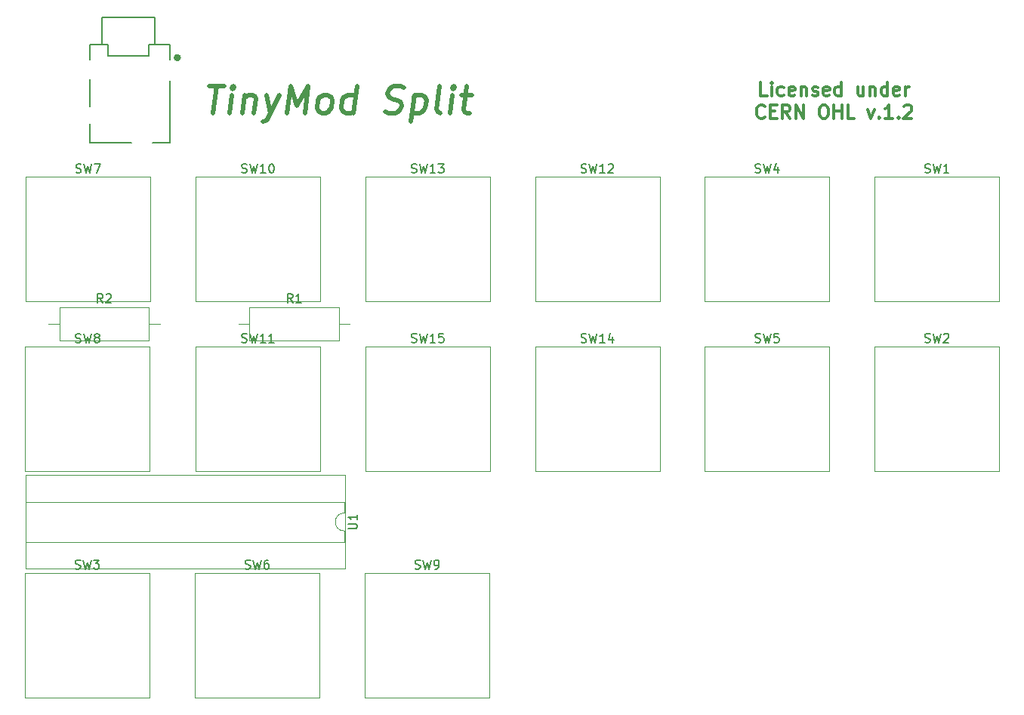
<source format=gbr>
G04 #@! TF.FileFunction,Legend,Top*
%FSLAX46Y46*%
G04 Gerber Fmt 4.6, Leading zero omitted, Abs format (unit mm)*
G04 Created by KiCad (PCBNEW 4.0.7) date 03/10/21 14:30:36*
%MOMM*%
%LPD*%
G01*
G04 APERTURE LIST*
%ADD10C,0.100000*%
%ADD11C,0.300000*%
%ADD12C,0.500000*%
%ADD13C,0.120000*%
%ADD14C,0.127000*%
%ADD15C,0.400000*%
%ADD16C,0.150000*%
G04 APERTURE END LIST*
D10*
D11*
X143925751Y-46552821D02*
X143211465Y-46552821D01*
X143211465Y-45052821D01*
X144425751Y-46552821D02*
X144425751Y-45552821D01*
X144425751Y-45052821D02*
X144354322Y-45124250D01*
X144425751Y-45195679D01*
X144497179Y-45124250D01*
X144425751Y-45052821D01*
X144425751Y-45195679D01*
X145782894Y-46481393D02*
X145640037Y-46552821D01*
X145354323Y-46552821D01*
X145211465Y-46481393D01*
X145140037Y-46409964D01*
X145068608Y-46267107D01*
X145068608Y-45838536D01*
X145140037Y-45695679D01*
X145211465Y-45624250D01*
X145354323Y-45552821D01*
X145640037Y-45552821D01*
X145782894Y-45624250D01*
X146997179Y-46481393D02*
X146854322Y-46552821D01*
X146568608Y-46552821D01*
X146425751Y-46481393D01*
X146354322Y-46338536D01*
X146354322Y-45767107D01*
X146425751Y-45624250D01*
X146568608Y-45552821D01*
X146854322Y-45552821D01*
X146997179Y-45624250D01*
X147068608Y-45767107D01*
X147068608Y-45909964D01*
X146354322Y-46052821D01*
X147711465Y-45552821D02*
X147711465Y-46552821D01*
X147711465Y-45695679D02*
X147782893Y-45624250D01*
X147925751Y-45552821D01*
X148140036Y-45552821D01*
X148282893Y-45624250D01*
X148354322Y-45767107D01*
X148354322Y-46552821D01*
X148997179Y-46481393D02*
X149140036Y-46552821D01*
X149425751Y-46552821D01*
X149568608Y-46481393D01*
X149640036Y-46338536D01*
X149640036Y-46267107D01*
X149568608Y-46124250D01*
X149425751Y-46052821D01*
X149211465Y-46052821D01*
X149068608Y-45981393D01*
X148997179Y-45838536D01*
X148997179Y-45767107D01*
X149068608Y-45624250D01*
X149211465Y-45552821D01*
X149425751Y-45552821D01*
X149568608Y-45624250D01*
X150854322Y-46481393D02*
X150711465Y-46552821D01*
X150425751Y-46552821D01*
X150282894Y-46481393D01*
X150211465Y-46338536D01*
X150211465Y-45767107D01*
X150282894Y-45624250D01*
X150425751Y-45552821D01*
X150711465Y-45552821D01*
X150854322Y-45624250D01*
X150925751Y-45767107D01*
X150925751Y-45909964D01*
X150211465Y-46052821D01*
X152211465Y-46552821D02*
X152211465Y-45052821D01*
X152211465Y-46481393D02*
X152068608Y-46552821D01*
X151782894Y-46552821D01*
X151640036Y-46481393D01*
X151568608Y-46409964D01*
X151497179Y-46267107D01*
X151497179Y-45838536D01*
X151568608Y-45695679D01*
X151640036Y-45624250D01*
X151782894Y-45552821D01*
X152068608Y-45552821D01*
X152211465Y-45624250D01*
X154711465Y-45552821D02*
X154711465Y-46552821D01*
X154068608Y-45552821D02*
X154068608Y-46338536D01*
X154140036Y-46481393D01*
X154282894Y-46552821D01*
X154497179Y-46552821D01*
X154640036Y-46481393D01*
X154711465Y-46409964D01*
X155425751Y-45552821D02*
X155425751Y-46552821D01*
X155425751Y-45695679D02*
X155497179Y-45624250D01*
X155640037Y-45552821D01*
X155854322Y-45552821D01*
X155997179Y-45624250D01*
X156068608Y-45767107D01*
X156068608Y-46552821D01*
X157425751Y-46552821D02*
X157425751Y-45052821D01*
X157425751Y-46481393D02*
X157282894Y-46552821D01*
X156997180Y-46552821D01*
X156854322Y-46481393D01*
X156782894Y-46409964D01*
X156711465Y-46267107D01*
X156711465Y-45838536D01*
X156782894Y-45695679D01*
X156854322Y-45624250D01*
X156997180Y-45552821D01*
X157282894Y-45552821D01*
X157425751Y-45624250D01*
X158711465Y-46481393D02*
X158568608Y-46552821D01*
X158282894Y-46552821D01*
X158140037Y-46481393D01*
X158068608Y-46338536D01*
X158068608Y-45767107D01*
X158140037Y-45624250D01*
X158282894Y-45552821D01*
X158568608Y-45552821D01*
X158711465Y-45624250D01*
X158782894Y-45767107D01*
X158782894Y-45909964D01*
X158068608Y-46052821D01*
X159425751Y-46552821D02*
X159425751Y-45552821D01*
X159425751Y-45838536D02*
X159497179Y-45695679D01*
X159568608Y-45624250D01*
X159711465Y-45552821D01*
X159854322Y-45552821D01*
X143640036Y-48959964D02*
X143568607Y-49031393D01*
X143354321Y-49102821D01*
X143211464Y-49102821D01*
X142997179Y-49031393D01*
X142854321Y-48888536D01*
X142782893Y-48745679D01*
X142711464Y-48459964D01*
X142711464Y-48245679D01*
X142782893Y-47959964D01*
X142854321Y-47817107D01*
X142997179Y-47674250D01*
X143211464Y-47602821D01*
X143354321Y-47602821D01*
X143568607Y-47674250D01*
X143640036Y-47745679D01*
X144282893Y-48317107D02*
X144782893Y-48317107D01*
X144997179Y-49102821D02*
X144282893Y-49102821D01*
X144282893Y-47602821D01*
X144997179Y-47602821D01*
X146497179Y-49102821D02*
X145997179Y-48388536D01*
X145640036Y-49102821D02*
X145640036Y-47602821D01*
X146211464Y-47602821D01*
X146354322Y-47674250D01*
X146425750Y-47745679D01*
X146497179Y-47888536D01*
X146497179Y-48102821D01*
X146425750Y-48245679D01*
X146354322Y-48317107D01*
X146211464Y-48388536D01*
X145640036Y-48388536D01*
X147140036Y-49102821D02*
X147140036Y-47602821D01*
X147997179Y-49102821D01*
X147997179Y-47602821D01*
X150140036Y-47602821D02*
X150425750Y-47602821D01*
X150568608Y-47674250D01*
X150711465Y-47817107D01*
X150782893Y-48102821D01*
X150782893Y-48602821D01*
X150711465Y-48888536D01*
X150568608Y-49031393D01*
X150425750Y-49102821D01*
X150140036Y-49102821D01*
X149997179Y-49031393D01*
X149854322Y-48888536D01*
X149782893Y-48602821D01*
X149782893Y-48102821D01*
X149854322Y-47817107D01*
X149997179Y-47674250D01*
X150140036Y-47602821D01*
X151425751Y-49102821D02*
X151425751Y-47602821D01*
X151425751Y-48317107D02*
X152282894Y-48317107D01*
X152282894Y-49102821D02*
X152282894Y-47602821D01*
X153711466Y-49102821D02*
X152997180Y-49102821D01*
X152997180Y-47602821D01*
X155211466Y-48102821D02*
X155568609Y-49102821D01*
X155925751Y-48102821D01*
X156497180Y-48959964D02*
X156568608Y-49031393D01*
X156497180Y-49102821D01*
X156425751Y-49031393D01*
X156497180Y-48959964D01*
X156497180Y-49102821D01*
X157997180Y-49102821D02*
X157140037Y-49102821D01*
X157568609Y-49102821D02*
X157568609Y-47602821D01*
X157425752Y-47817107D01*
X157282894Y-47959964D01*
X157140037Y-48031393D01*
X158640037Y-48959964D02*
X158711465Y-49031393D01*
X158640037Y-49102821D01*
X158568608Y-49031393D01*
X158640037Y-48959964D01*
X158640037Y-49102821D01*
X159282894Y-47745679D02*
X159354323Y-47674250D01*
X159497180Y-47602821D01*
X159854323Y-47602821D01*
X159997180Y-47674250D01*
X160068609Y-47745679D01*
X160140037Y-47888536D01*
X160140037Y-48031393D01*
X160068609Y-48245679D01*
X159211466Y-49102821D01*
X160140037Y-49102821D01*
D12*
X81345393Y-45506393D02*
X83059679Y-45506393D01*
X81827536Y-48506393D02*
X82202536Y-45506393D01*
X83684679Y-48506393D02*
X83934679Y-46506393D01*
X84059679Y-45506393D02*
X83898965Y-45649250D01*
X84023965Y-45792107D01*
X84184679Y-45649250D01*
X84059679Y-45506393D01*
X84023965Y-45792107D01*
X85363250Y-46506393D02*
X85113250Y-48506393D01*
X85327536Y-46792107D02*
X85488250Y-46649250D01*
X85791821Y-46506393D01*
X86220393Y-46506393D01*
X86488250Y-46649250D01*
X86595393Y-46934964D01*
X86398964Y-48506393D01*
X87791821Y-46506393D02*
X88256107Y-48506393D01*
X89220393Y-46506393D02*
X88256107Y-48506393D01*
X87881107Y-49220679D01*
X87720393Y-49363536D01*
X87416821Y-49506393D01*
X90113250Y-48506393D02*
X90488250Y-45506393D01*
X91220393Y-47649250D01*
X92488250Y-45506393D01*
X92113250Y-48506393D01*
X93970392Y-48506393D02*
X93702535Y-48363536D01*
X93577535Y-48220679D01*
X93470393Y-47934964D01*
X93577536Y-47077821D01*
X93756107Y-46792107D01*
X93916821Y-46649250D01*
X94220392Y-46506393D01*
X94648964Y-46506393D01*
X94916821Y-46649250D01*
X95041821Y-46792107D01*
X95148964Y-47077821D01*
X95041821Y-47934964D01*
X94863249Y-48220679D01*
X94702535Y-48363536D01*
X94398964Y-48506393D01*
X93970392Y-48506393D01*
X97541821Y-48506393D02*
X97916821Y-45506393D01*
X97559678Y-48363536D02*
X97256107Y-48506393D01*
X96684678Y-48506393D01*
X96416821Y-48363536D01*
X96291821Y-48220679D01*
X96184679Y-47934964D01*
X96291822Y-47077821D01*
X96470393Y-46792107D01*
X96631107Y-46649250D01*
X96934678Y-46506393D01*
X97506107Y-46506393D01*
X97773964Y-46649250D01*
X101131107Y-48363536D02*
X101541821Y-48506393D01*
X102256107Y-48506393D01*
X102559678Y-48363536D01*
X102720392Y-48220679D01*
X102898964Y-47934964D01*
X102934678Y-47649250D01*
X102827535Y-47363536D01*
X102702535Y-47220679D01*
X102434679Y-47077821D01*
X101881107Y-46934964D01*
X101613250Y-46792107D01*
X101488250Y-46649250D01*
X101381107Y-46363536D01*
X101416822Y-46077821D01*
X101595393Y-45792107D01*
X101756107Y-45649250D01*
X102059678Y-45506393D01*
X102773964Y-45506393D01*
X103184678Y-45649250D01*
X104363250Y-46506393D02*
X103988250Y-49506393D01*
X104345393Y-46649250D02*
X104648964Y-46506393D01*
X105220393Y-46506393D01*
X105488250Y-46649250D01*
X105613250Y-46792107D01*
X105720393Y-47077821D01*
X105613250Y-47934964D01*
X105434678Y-48220679D01*
X105273964Y-48363536D01*
X104970393Y-48506393D01*
X104398964Y-48506393D01*
X104131107Y-48363536D01*
X107256107Y-48506393D02*
X106988250Y-48363536D01*
X106881108Y-48077821D01*
X107202536Y-45506393D01*
X108398965Y-48506393D02*
X108648965Y-46506393D01*
X108773965Y-45506393D02*
X108613251Y-45649250D01*
X108738251Y-45792107D01*
X108898965Y-45649250D01*
X108773965Y-45506393D01*
X108738251Y-45792107D01*
X109648964Y-46506393D02*
X110791821Y-46506393D01*
X110202536Y-45506393D02*
X109881108Y-48077821D01*
X109988250Y-48363536D01*
X110256107Y-48506393D01*
X110541821Y-48506393D01*
D13*
X60706000Y-100076000D02*
X74676000Y-100076000D01*
X74676000Y-100076000D02*
X74676000Y-114046000D01*
X74676000Y-114046000D02*
X60706000Y-114046000D01*
X60706000Y-114046000D02*
X60706000Y-100076000D01*
X79756000Y-100076000D02*
X93726000Y-100076000D01*
X93726000Y-100076000D02*
X93726000Y-114046000D01*
X93726000Y-114046000D02*
X79756000Y-114046000D01*
X79756000Y-114046000D02*
X79756000Y-100076000D01*
X60772040Y-55651400D02*
X74742040Y-55651400D01*
X74742040Y-55651400D02*
X74742040Y-69621400D01*
X74742040Y-69621400D02*
X60772040Y-69621400D01*
X60772040Y-69621400D02*
X60772040Y-55651400D01*
X60746640Y-74706480D02*
X74716640Y-74706480D01*
X74716640Y-74706480D02*
X74716640Y-88676480D01*
X74716640Y-88676480D02*
X60746640Y-88676480D01*
X60746640Y-88676480D02*
X60746640Y-74706480D01*
X98806000Y-100076000D02*
X112776000Y-100076000D01*
X112776000Y-100076000D02*
X112776000Y-114046000D01*
X112776000Y-114046000D02*
X98806000Y-114046000D01*
X98806000Y-114046000D02*
X98806000Y-100076000D01*
X79838250Y-55650500D02*
X93808250Y-55650500D01*
X93808250Y-55650500D02*
X93808250Y-69620500D01*
X93808250Y-69620500D02*
X79838250Y-69620500D01*
X79838250Y-69620500D02*
X79838250Y-55650500D01*
X79838250Y-74681750D02*
X93808250Y-74681750D01*
X93808250Y-74681750D02*
X93808250Y-88651750D01*
X93808250Y-88651750D02*
X79838250Y-88651750D01*
X79838250Y-88651750D02*
X79838250Y-74681750D01*
X98869500Y-55650500D02*
X112839500Y-55650500D01*
X112839500Y-55650500D02*
X112839500Y-69620500D01*
X112839500Y-69620500D02*
X98869500Y-69620500D01*
X98869500Y-69620500D02*
X98869500Y-55650500D01*
X117900750Y-74681750D02*
X131870750Y-74681750D01*
X131870750Y-74681750D02*
X131870750Y-88651750D01*
X131870750Y-88651750D02*
X117900750Y-88651750D01*
X117900750Y-88651750D02*
X117900750Y-74681750D01*
X96505750Y-95365500D02*
G75*
G02X96505750Y-93365500I0J1000000D01*
G01*
X96505750Y-93365500D02*
X96505750Y-92115500D01*
X96505750Y-92115500D02*
X60825750Y-92115500D01*
X60825750Y-92115500D02*
X60825750Y-96615500D01*
X60825750Y-96615500D02*
X96505750Y-96615500D01*
X96505750Y-96615500D02*
X96505750Y-95365500D01*
X96565750Y-89115500D02*
X60765750Y-89115500D01*
X60765750Y-89115500D02*
X60765750Y-99615500D01*
X60765750Y-99615500D02*
X96565750Y-99615500D01*
X96565750Y-99615500D02*
X96565750Y-89115500D01*
X85879500Y-70320500D02*
X85879500Y-74040500D01*
X85879500Y-74040500D02*
X95899500Y-74040500D01*
X95899500Y-74040500D02*
X95899500Y-70320500D01*
X95899500Y-70320500D02*
X85879500Y-70320500D01*
X84649500Y-72180500D02*
X85879500Y-72180500D01*
X97129500Y-72180500D02*
X95899500Y-72180500D01*
X64598250Y-70320500D02*
X64598250Y-74040500D01*
X64598250Y-74040500D02*
X74618250Y-74040500D01*
X74618250Y-74040500D02*
X74618250Y-70320500D01*
X74618250Y-70320500D02*
X64598250Y-70320500D01*
X63368250Y-72180500D02*
X64598250Y-72180500D01*
X75848250Y-72180500D02*
X74618250Y-72180500D01*
D14*
X77000750Y-42505500D02*
X77000750Y-40805500D01*
X77000750Y-40805500D02*
X75300750Y-40805500D01*
X75300750Y-40805500D02*
X74550750Y-40805500D01*
X74550750Y-40805500D02*
X74550750Y-42105500D01*
X74550750Y-42105500D02*
X70050750Y-42105500D01*
X70050750Y-42105500D02*
X70050750Y-40805500D01*
X70050750Y-40805500D02*
X69300750Y-40805500D01*
X69300750Y-40805500D02*
X68000750Y-40805500D01*
X68000750Y-40805500D02*
X68000750Y-42555500D01*
X69300750Y-40805500D02*
X69300750Y-37805500D01*
X69300750Y-37805500D02*
X75300750Y-37805500D01*
X75300750Y-37805500D02*
X75300750Y-40805500D01*
X77000750Y-44905500D02*
X77000750Y-51805500D01*
X77000750Y-51805500D02*
X75000750Y-51805500D01*
X72650750Y-51805500D02*
X68000750Y-51805500D01*
X68000750Y-51805500D02*
X68000750Y-49705500D01*
X68000750Y-47805500D02*
X68000750Y-44755500D01*
D15*
X78000750Y-42305500D02*
G75*
G03X78000750Y-42305500I-200000J0D01*
G01*
D13*
X117900750Y-55650500D02*
X131870750Y-55650500D01*
X131870750Y-55650500D02*
X131870750Y-69620500D01*
X131870750Y-69620500D02*
X117900750Y-69620500D01*
X117900750Y-69620500D02*
X117900750Y-55650500D01*
X98869500Y-74681750D02*
X112839500Y-74681750D01*
X112839500Y-74681750D02*
X112839500Y-88651750D01*
X112839500Y-88651750D02*
X98869500Y-88651750D01*
X98869500Y-88651750D02*
X98869500Y-74681750D01*
X155963250Y-55650500D02*
X169933250Y-55650500D01*
X169933250Y-55650500D02*
X169933250Y-69620500D01*
X169933250Y-69620500D02*
X155963250Y-69620500D01*
X155963250Y-69620500D02*
X155963250Y-55650500D01*
X155963250Y-74681750D02*
X169933250Y-74681750D01*
X169933250Y-74681750D02*
X169933250Y-88651750D01*
X169933250Y-88651750D02*
X155963250Y-88651750D01*
X155963250Y-88651750D02*
X155963250Y-74681750D01*
X136932000Y-55650500D02*
X150902000Y-55650500D01*
X150902000Y-55650500D02*
X150902000Y-69620500D01*
X150902000Y-69620500D02*
X136932000Y-69620500D01*
X136932000Y-69620500D02*
X136932000Y-55650500D01*
X136932000Y-74681750D02*
X150902000Y-74681750D01*
X150902000Y-74681750D02*
X150902000Y-88651750D01*
X150902000Y-88651750D02*
X136932000Y-88651750D01*
X136932000Y-88651750D02*
X136932000Y-74681750D01*
D16*
X66357667Y-99591762D02*
X66500524Y-99639381D01*
X66738620Y-99639381D01*
X66833858Y-99591762D01*
X66881477Y-99544143D01*
X66929096Y-99448905D01*
X66929096Y-99353667D01*
X66881477Y-99258429D01*
X66833858Y-99210810D01*
X66738620Y-99163190D01*
X66548143Y-99115571D01*
X66452905Y-99067952D01*
X66405286Y-99020333D01*
X66357667Y-98925095D01*
X66357667Y-98829857D01*
X66405286Y-98734619D01*
X66452905Y-98687000D01*
X66548143Y-98639381D01*
X66786239Y-98639381D01*
X66929096Y-98687000D01*
X67262429Y-98639381D02*
X67500524Y-99639381D01*
X67691001Y-98925095D01*
X67881477Y-99639381D01*
X68119572Y-98639381D01*
X68405286Y-98639381D02*
X69024334Y-98639381D01*
X68691000Y-99020333D01*
X68833858Y-99020333D01*
X68929096Y-99067952D01*
X68976715Y-99115571D01*
X69024334Y-99210810D01*
X69024334Y-99448905D01*
X68976715Y-99544143D01*
X68929096Y-99591762D01*
X68833858Y-99639381D01*
X68548143Y-99639381D01*
X68452905Y-99591762D01*
X68405286Y-99544143D01*
X85407667Y-99591762D02*
X85550524Y-99639381D01*
X85788620Y-99639381D01*
X85883858Y-99591762D01*
X85931477Y-99544143D01*
X85979096Y-99448905D01*
X85979096Y-99353667D01*
X85931477Y-99258429D01*
X85883858Y-99210810D01*
X85788620Y-99163190D01*
X85598143Y-99115571D01*
X85502905Y-99067952D01*
X85455286Y-99020333D01*
X85407667Y-98925095D01*
X85407667Y-98829857D01*
X85455286Y-98734619D01*
X85502905Y-98687000D01*
X85598143Y-98639381D01*
X85836239Y-98639381D01*
X85979096Y-98687000D01*
X86312429Y-98639381D02*
X86550524Y-99639381D01*
X86741001Y-98925095D01*
X86931477Y-99639381D01*
X87169572Y-98639381D01*
X87979096Y-98639381D02*
X87788619Y-98639381D01*
X87693381Y-98687000D01*
X87645762Y-98734619D01*
X87550524Y-98877476D01*
X87502905Y-99067952D01*
X87502905Y-99448905D01*
X87550524Y-99544143D01*
X87598143Y-99591762D01*
X87693381Y-99639381D01*
X87883858Y-99639381D01*
X87979096Y-99591762D01*
X88026715Y-99544143D01*
X88074334Y-99448905D01*
X88074334Y-99210810D01*
X88026715Y-99115571D01*
X87979096Y-99067952D01*
X87883858Y-99020333D01*
X87693381Y-99020333D01*
X87598143Y-99067952D01*
X87550524Y-99115571D01*
X87502905Y-99210810D01*
X66423707Y-55167162D02*
X66566564Y-55214781D01*
X66804660Y-55214781D01*
X66899898Y-55167162D01*
X66947517Y-55119543D01*
X66995136Y-55024305D01*
X66995136Y-54929067D01*
X66947517Y-54833829D01*
X66899898Y-54786210D01*
X66804660Y-54738590D01*
X66614183Y-54690971D01*
X66518945Y-54643352D01*
X66471326Y-54595733D01*
X66423707Y-54500495D01*
X66423707Y-54405257D01*
X66471326Y-54310019D01*
X66518945Y-54262400D01*
X66614183Y-54214781D01*
X66852279Y-54214781D01*
X66995136Y-54262400D01*
X67328469Y-54214781D02*
X67566564Y-55214781D01*
X67757041Y-54500495D01*
X67947517Y-55214781D01*
X68185612Y-54214781D01*
X68471326Y-54214781D02*
X69137993Y-54214781D01*
X68709421Y-55214781D01*
X66398307Y-74222242D02*
X66541164Y-74269861D01*
X66779260Y-74269861D01*
X66874498Y-74222242D01*
X66922117Y-74174623D01*
X66969736Y-74079385D01*
X66969736Y-73984147D01*
X66922117Y-73888909D01*
X66874498Y-73841290D01*
X66779260Y-73793670D01*
X66588783Y-73746051D01*
X66493545Y-73698432D01*
X66445926Y-73650813D01*
X66398307Y-73555575D01*
X66398307Y-73460337D01*
X66445926Y-73365099D01*
X66493545Y-73317480D01*
X66588783Y-73269861D01*
X66826879Y-73269861D01*
X66969736Y-73317480D01*
X67303069Y-73269861D02*
X67541164Y-74269861D01*
X67731641Y-73555575D01*
X67922117Y-74269861D01*
X68160212Y-73269861D01*
X68684021Y-73698432D02*
X68588783Y-73650813D01*
X68541164Y-73603194D01*
X68493545Y-73507956D01*
X68493545Y-73460337D01*
X68541164Y-73365099D01*
X68588783Y-73317480D01*
X68684021Y-73269861D01*
X68874498Y-73269861D01*
X68969736Y-73317480D01*
X69017355Y-73365099D01*
X69064974Y-73460337D01*
X69064974Y-73507956D01*
X69017355Y-73603194D01*
X68969736Y-73650813D01*
X68874498Y-73698432D01*
X68684021Y-73698432D01*
X68588783Y-73746051D01*
X68541164Y-73793670D01*
X68493545Y-73888909D01*
X68493545Y-74079385D01*
X68541164Y-74174623D01*
X68588783Y-74222242D01*
X68684021Y-74269861D01*
X68874498Y-74269861D01*
X68969736Y-74222242D01*
X69017355Y-74174623D01*
X69064974Y-74079385D01*
X69064974Y-73888909D01*
X69017355Y-73793670D01*
X68969736Y-73746051D01*
X68874498Y-73698432D01*
X104457667Y-99591762D02*
X104600524Y-99639381D01*
X104838620Y-99639381D01*
X104933858Y-99591762D01*
X104981477Y-99544143D01*
X105029096Y-99448905D01*
X105029096Y-99353667D01*
X104981477Y-99258429D01*
X104933858Y-99210810D01*
X104838620Y-99163190D01*
X104648143Y-99115571D01*
X104552905Y-99067952D01*
X104505286Y-99020333D01*
X104457667Y-98925095D01*
X104457667Y-98829857D01*
X104505286Y-98734619D01*
X104552905Y-98687000D01*
X104648143Y-98639381D01*
X104886239Y-98639381D01*
X105029096Y-98687000D01*
X105362429Y-98639381D02*
X105600524Y-99639381D01*
X105791001Y-98925095D01*
X105981477Y-99639381D01*
X106219572Y-98639381D01*
X106648143Y-99639381D02*
X106838619Y-99639381D01*
X106933858Y-99591762D01*
X106981477Y-99544143D01*
X107076715Y-99401286D01*
X107124334Y-99210810D01*
X107124334Y-98829857D01*
X107076715Y-98734619D01*
X107029096Y-98687000D01*
X106933858Y-98639381D01*
X106743381Y-98639381D01*
X106648143Y-98687000D01*
X106600524Y-98734619D01*
X106552905Y-98829857D01*
X106552905Y-99067952D01*
X106600524Y-99163190D01*
X106648143Y-99210810D01*
X106743381Y-99258429D01*
X106933858Y-99258429D01*
X107029096Y-99210810D01*
X107076715Y-99163190D01*
X107124334Y-99067952D01*
X85013726Y-55166262D02*
X85156583Y-55213881D01*
X85394679Y-55213881D01*
X85489917Y-55166262D01*
X85537536Y-55118643D01*
X85585155Y-55023405D01*
X85585155Y-54928167D01*
X85537536Y-54832929D01*
X85489917Y-54785310D01*
X85394679Y-54737690D01*
X85204202Y-54690071D01*
X85108964Y-54642452D01*
X85061345Y-54594833D01*
X85013726Y-54499595D01*
X85013726Y-54404357D01*
X85061345Y-54309119D01*
X85108964Y-54261500D01*
X85204202Y-54213881D01*
X85442298Y-54213881D01*
X85585155Y-54261500D01*
X85918488Y-54213881D02*
X86156583Y-55213881D01*
X86347060Y-54499595D01*
X86537536Y-55213881D01*
X86775631Y-54213881D01*
X87680393Y-55213881D02*
X87108964Y-55213881D01*
X87394678Y-55213881D02*
X87394678Y-54213881D01*
X87299440Y-54356738D01*
X87204202Y-54451976D01*
X87108964Y-54499595D01*
X88299440Y-54213881D02*
X88394679Y-54213881D01*
X88489917Y-54261500D01*
X88537536Y-54309119D01*
X88585155Y-54404357D01*
X88632774Y-54594833D01*
X88632774Y-54832929D01*
X88585155Y-55023405D01*
X88537536Y-55118643D01*
X88489917Y-55166262D01*
X88394679Y-55213881D01*
X88299440Y-55213881D01*
X88204202Y-55166262D01*
X88156583Y-55118643D01*
X88108964Y-55023405D01*
X88061345Y-54832929D01*
X88061345Y-54594833D01*
X88108964Y-54404357D01*
X88156583Y-54309119D01*
X88204202Y-54261500D01*
X88299440Y-54213881D01*
X85013726Y-74197512D02*
X85156583Y-74245131D01*
X85394679Y-74245131D01*
X85489917Y-74197512D01*
X85537536Y-74149893D01*
X85585155Y-74054655D01*
X85585155Y-73959417D01*
X85537536Y-73864179D01*
X85489917Y-73816560D01*
X85394679Y-73768940D01*
X85204202Y-73721321D01*
X85108964Y-73673702D01*
X85061345Y-73626083D01*
X85013726Y-73530845D01*
X85013726Y-73435607D01*
X85061345Y-73340369D01*
X85108964Y-73292750D01*
X85204202Y-73245131D01*
X85442298Y-73245131D01*
X85585155Y-73292750D01*
X85918488Y-73245131D02*
X86156583Y-74245131D01*
X86347060Y-73530845D01*
X86537536Y-74245131D01*
X86775631Y-73245131D01*
X87680393Y-74245131D02*
X87108964Y-74245131D01*
X87394678Y-74245131D02*
X87394678Y-73245131D01*
X87299440Y-73387988D01*
X87204202Y-73483226D01*
X87108964Y-73530845D01*
X88632774Y-74245131D02*
X88061345Y-74245131D01*
X88347059Y-74245131D02*
X88347059Y-73245131D01*
X88251821Y-73387988D01*
X88156583Y-73483226D01*
X88061345Y-73530845D01*
X104044976Y-55166262D02*
X104187833Y-55213881D01*
X104425929Y-55213881D01*
X104521167Y-55166262D01*
X104568786Y-55118643D01*
X104616405Y-55023405D01*
X104616405Y-54928167D01*
X104568786Y-54832929D01*
X104521167Y-54785310D01*
X104425929Y-54737690D01*
X104235452Y-54690071D01*
X104140214Y-54642452D01*
X104092595Y-54594833D01*
X104044976Y-54499595D01*
X104044976Y-54404357D01*
X104092595Y-54309119D01*
X104140214Y-54261500D01*
X104235452Y-54213881D01*
X104473548Y-54213881D01*
X104616405Y-54261500D01*
X104949738Y-54213881D02*
X105187833Y-55213881D01*
X105378310Y-54499595D01*
X105568786Y-55213881D01*
X105806881Y-54213881D01*
X106711643Y-55213881D02*
X106140214Y-55213881D01*
X106425928Y-55213881D02*
X106425928Y-54213881D01*
X106330690Y-54356738D01*
X106235452Y-54451976D01*
X106140214Y-54499595D01*
X107044976Y-54213881D02*
X107664024Y-54213881D01*
X107330690Y-54594833D01*
X107473548Y-54594833D01*
X107568786Y-54642452D01*
X107616405Y-54690071D01*
X107664024Y-54785310D01*
X107664024Y-55023405D01*
X107616405Y-55118643D01*
X107568786Y-55166262D01*
X107473548Y-55213881D01*
X107187833Y-55213881D01*
X107092595Y-55166262D01*
X107044976Y-55118643D01*
X123076226Y-74197512D02*
X123219083Y-74245131D01*
X123457179Y-74245131D01*
X123552417Y-74197512D01*
X123600036Y-74149893D01*
X123647655Y-74054655D01*
X123647655Y-73959417D01*
X123600036Y-73864179D01*
X123552417Y-73816560D01*
X123457179Y-73768940D01*
X123266702Y-73721321D01*
X123171464Y-73673702D01*
X123123845Y-73626083D01*
X123076226Y-73530845D01*
X123076226Y-73435607D01*
X123123845Y-73340369D01*
X123171464Y-73292750D01*
X123266702Y-73245131D01*
X123504798Y-73245131D01*
X123647655Y-73292750D01*
X123980988Y-73245131D02*
X124219083Y-74245131D01*
X124409560Y-73530845D01*
X124600036Y-74245131D01*
X124838131Y-73245131D01*
X125742893Y-74245131D02*
X125171464Y-74245131D01*
X125457178Y-74245131D02*
X125457178Y-73245131D01*
X125361940Y-73387988D01*
X125266702Y-73483226D01*
X125171464Y-73530845D01*
X126600036Y-73578464D02*
X126600036Y-74245131D01*
X126361940Y-73197512D02*
X126123845Y-73911798D01*
X126742893Y-73911798D01*
X96958131Y-95127405D02*
X97767655Y-95127405D01*
X97862893Y-95079786D01*
X97910512Y-95032167D01*
X97958131Y-94936929D01*
X97958131Y-94746452D01*
X97910512Y-94651214D01*
X97862893Y-94603595D01*
X97767655Y-94555976D01*
X96958131Y-94555976D01*
X97958131Y-93555976D02*
X97958131Y-94127405D01*
X97958131Y-93841691D02*
X96958131Y-93841691D01*
X97100988Y-93936929D01*
X97196226Y-94032167D01*
X97243845Y-94127405D01*
X90722834Y-69772881D02*
X90389500Y-69296690D01*
X90151405Y-69772881D02*
X90151405Y-68772881D01*
X90532358Y-68772881D01*
X90627596Y-68820500D01*
X90675215Y-68868119D01*
X90722834Y-68963357D01*
X90722834Y-69106214D01*
X90675215Y-69201452D01*
X90627596Y-69249071D01*
X90532358Y-69296690D01*
X90151405Y-69296690D01*
X91675215Y-69772881D02*
X91103786Y-69772881D01*
X91389500Y-69772881D02*
X91389500Y-68772881D01*
X91294262Y-68915738D01*
X91199024Y-69010976D01*
X91103786Y-69058595D01*
X69441584Y-69772881D02*
X69108250Y-69296690D01*
X68870155Y-69772881D02*
X68870155Y-68772881D01*
X69251108Y-68772881D01*
X69346346Y-68820500D01*
X69393965Y-68868119D01*
X69441584Y-68963357D01*
X69441584Y-69106214D01*
X69393965Y-69201452D01*
X69346346Y-69249071D01*
X69251108Y-69296690D01*
X68870155Y-69296690D01*
X69822536Y-68868119D02*
X69870155Y-68820500D01*
X69965393Y-68772881D01*
X70203489Y-68772881D01*
X70298727Y-68820500D01*
X70346346Y-68868119D01*
X70393965Y-68963357D01*
X70393965Y-69058595D01*
X70346346Y-69201452D01*
X69774917Y-69772881D01*
X70393965Y-69772881D01*
X123076226Y-55166262D02*
X123219083Y-55213881D01*
X123457179Y-55213881D01*
X123552417Y-55166262D01*
X123600036Y-55118643D01*
X123647655Y-55023405D01*
X123647655Y-54928167D01*
X123600036Y-54832929D01*
X123552417Y-54785310D01*
X123457179Y-54737690D01*
X123266702Y-54690071D01*
X123171464Y-54642452D01*
X123123845Y-54594833D01*
X123076226Y-54499595D01*
X123076226Y-54404357D01*
X123123845Y-54309119D01*
X123171464Y-54261500D01*
X123266702Y-54213881D01*
X123504798Y-54213881D01*
X123647655Y-54261500D01*
X123980988Y-54213881D02*
X124219083Y-55213881D01*
X124409560Y-54499595D01*
X124600036Y-55213881D01*
X124838131Y-54213881D01*
X125742893Y-55213881D02*
X125171464Y-55213881D01*
X125457178Y-55213881D02*
X125457178Y-54213881D01*
X125361940Y-54356738D01*
X125266702Y-54451976D01*
X125171464Y-54499595D01*
X126123845Y-54309119D02*
X126171464Y-54261500D01*
X126266702Y-54213881D01*
X126504798Y-54213881D01*
X126600036Y-54261500D01*
X126647655Y-54309119D01*
X126695274Y-54404357D01*
X126695274Y-54499595D01*
X126647655Y-54642452D01*
X126076226Y-55213881D01*
X126695274Y-55213881D01*
X104044976Y-74197512D02*
X104187833Y-74245131D01*
X104425929Y-74245131D01*
X104521167Y-74197512D01*
X104568786Y-74149893D01*
X104616405Y-74054655D01*
X104616405Y-73959417D01*
X104568786Y-73864179D01*
X104521167Y-73816560D01*
X104425929Y-73768940D01*
X104235452Y-73721321D01*
X104140214Y-73673702D01*
X104092595Y-73626083D01*
X104044976Y-73530845D01*
X104044976Y-73435607D01*
X104092595Y-73340369D01*
X104140214Y-73292750D01*
X104235452Y-73245131D01*
X104473548Y-73245131D01*
X104616405Y-73292750D01*
X104949738Y-73245131D02*
X105187833Y-74245131D01*
X105378310Y-73530845D01*
X105568786Y-74245131D01*
X105806881Y-73245131D01*
X106711643Y-74245131D02*
X106140214Y-74245131D01*
X106425928Y-74245131D02*
X106425928Y-73245131D01*
X106330690Y-73387988D01*
X106235452Y-73483226D01*
X106140214Y-73530845D01*
X107616405Y-73245131D02*
X107140214Y-73245131D01*
X107092595Y-73721321D01*
X107140214Y-73673702D01*
X107235452Y-73626083D01*
X107473548Y-73626083D01*
X107568786Y-73673702D01*
X107616405Y-73721321D01*
X107664024Y-73816560D01*
X107664024Y-74054655D01*
X107616405Y-74149893D01*
X107568786Y-74197512D01*
X107473548Y-74245131D01*
X107235452Y-74245131D01*
X107140214Y-74197512D01*
X107092595Y-74149893D01*
X161614917Y-55166262D02*
X161757774Y-55213881D01*
X161995870Y-55213881D01*
X162091108Y-55166262D01*
X162138727Y-55118643D01*
X162186346Y-55023405D01*
X162186346Y-54928167D01*
X162138727Y-54832929D01*
X162091108Y-54785310D01*
X161995870Y-54737690D01*
X161805393Y-54690071D01*
X161710155Y-54642452D01*
X161662536Y-54594833D01*
X161614917Y-54499595D01*
X161614917Y-54404357D01*
X161662536Y-54309119D01*
X161710155Y-54261500D01*
X161805393Y-54213881D01*
X162043489Y-54213881D01*
X162186346Y-54261500D01*
X162519679Y-54213881D02*
X162757774Y-55213881D01*
X162948251Y-54499595D01*
X163138727Y-55213881D01*
X163376822Y-54213881D01*
X164281584Y-55213881D02*
X163710155Y-55213881D01*
X163995869Y-55213881D02*
X163995869Y-54213881D01*
X163900631Y-54356738D01*
X163805393Y-54451976D01*
X163710155Y-54499595D01*
X161614917Y-74197512D02*
X161757774Y-74245131D01*
X161995870Y-74245131D01*
X162091108Y-74197512D01*
X162138727Y-74149893D01*
X162186346Y-74054655D01*
X162186346Y-73959417D01*
X162138727Y-73864179D01*
X162091108Y-73816560D01*
X161995870Y-73768940D01*
X161805393Y-73721321D01*
X161710155Y-73673702D01*
X161662536Y-73626083D01*
X161614917Y-73530845D01*
X161614917Y-73435607D01*
X161662536Y-73340369D01*
X161710155Y-73292750D01*
X161805393Y-73245131D01*
X162043489Y-73245131D01*
X162186346Y-73292750D01*
X162519679Y-73245131D02*
X162757774Y-74245131D01*
X162948251Y-73530845D01*
X163138727Y-74245131D01*
X163376822Y-73245131D01*
X163710155Y-73340369D02*
X163757774Y-73292750D01*
X163853012Y-73245131D01*
X164091108Y-73245131D01*
X164186346Y-73292750D01*
X164233965Y-73340369D01*
X164281584Y-73435607D01*
X164281584Y-73530845D01*
X164233965Y-73673702D01*
X163662536Y-74245131D01*
X164281584Y-74245131D01*
X142583667Y-55166262D02*
X142726524Y-55213881D01*
X142964620Y-55213881D01*
X143059858Y-55166262D01*
X143107477Y-55118643D01*
X143155096Y-55023405D01*
X143155096Y-54928167D01*
X143107477Y-54832929D01*
X143059858Y-54785310D01*
X142964620Y-54737690D01*
X142774143Y-54690071D01*
X142678905Y-54642452D01*
X142631286Y-54594833D01*
X142583667Y-54499595D01*
X142583667Y-54404357D01*
X142631286Y-54309119D01*
X142678905Y-54261500D01*
X142774143Y-54213881D01*
X143012239Y-54213881D01*
X143155096Y-54261500D01*
X143488429Y-54213881D02*
X143726524Y-55213881D01*
X143917001Y-54499595D01*
X144107477Y-55213881D01*
X144345572Y-54213881D01*
X145155096Y-54547214D02*
X145155096Y-55213881D01*
X144917000Y-54166262D02*
X144678905Y-54880548D01*
X145297953Y-54880548D01*
X142583667Y-74197512D02*
X142726524Y-74245131D01*
X142964620Y-74245131D01*
X143059858Y-74197512D01*
X143107477Y-74149893D01*
X143155096Y-74054655D01*
X143155096Y-73959417D01*
X143107477Y-73864179D01*
X143059858Y-73816560D01*
X142964620Y-73768940D01*
X142774143Y-73721321D01*
X142678905Y-73673702D01*
X142631286Y-73626083D01*
X142583667Y-73530845D01*
X142583667Y-73435607D01*
X142631286Y-73340369D01*
X142678905Y-73292750D01*
X142774143Y-73245131D01*
X143012239Y-73245131D01*
X143155096Y-73292750D01*
X143488429Y-73245131D02*
X143726524Y-74245131D01*
X143917001Y-73530845D01*
X144107477Y-74245131D01*
X144345572Y-73245131D01*
X145202715Y-73245131D02*
X144726524Y-73245131D01*
X144678905Y-73721321D01*
X144726524Y-73673702D01*
X144821762Y-73626083D01*
X145059858Y-73626083D01*
X145155096Y-73673702D01*
X145202715Y-73721321D01*
X145250334Y-73816560D01*
X145250334Y-74054655D01*
X145202715Y-74149893D01*
X145155096Y-74197512D01*
X145059858Y-74245131D01*
X144821762Y-74245131D01*
X144726524Y-74197512D01*
X144678905Y-74149893D01*
M02*

</source>
